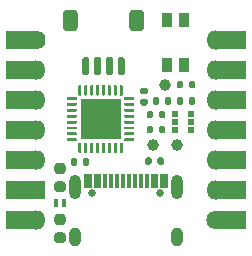
<source format=gbr>
G04 #@! TF.GenerationSoftware,KiCad,Pcbnew,5.1.9-73d0e3b20d~88~ubuntu16.04.1*
G04 #@! TF.CreationDate,2021-02-23T03:34:03+00:00*
G04 #@! TF.ProjectId,kuiic,6b756969-632e-46b6-9963-61645f706362,rev?*
G04 #@! TF.SameCoordinates,Original*
G04 #@! TF.FileFunction,Soldermask,Top*
G04 #@! TF.FilePolarity,Negative*
%FSLAX46Y46*%
G04 Gerber Fmt 4.6, Leading zero omitted, Abs format (unit mm)*
G04 Created by KiCad (PCBNEW 5.1.9-73d0e3b20d~88~ubuntu16.04.1) date 2021-02-23 03:34:03*
%MOMM*%
%LPD*%
G01*
G04 APERTURE LIST*
%ADD10C,0.990600*%
%ADD11R,0.400000X0.700000*%
%ADD12R,2.540000X1.625600*%
%ADD13C,1.625600*%
%ADD14O,1.625600X1.625600*%
%ADD15R,1.625600X1.625600*%
%ADD16R,0.900000X1.250000*%
%ADD17R,0.600000X0.500000*%
%ADD18R,3.450000X3.450000*%
%ADD19O,1.000000X2.100000*%
%ADD20O,1.000000X1.600000*%
%ADD21C,0.650000*%
%ADD22R,0.300000X1.150000*%
G04 APERTURE END LIST*
G04 #@! TO.C,R6*
G36*
G01*
X123328400Y-129928200D02*
X123328400Y-129558200D01*
G75*
G02*
X123463400Y-129423200I135000J0D01*
G01*
X123733400Y-129423200D01*
G75*
G02*
X123868400Y-129558200I0J-135000D01*
G01*
X123868400Y-129928200D01*
G75*
G02*
X123733400Y-130063200I-135000J0D01*
G01*
X123463400Y-130063200D01*
G75*
G02*
X123328400Y-129928200I0J135000D01*
G01*
G37*
G36*
G01*
X122308400Y-129928200D02*
X122308400Y-129558200D01*
G75*
G02*
X122443400Y-129423200I135000J0D01*
G01*
X122713400Y-129423200D01*
G75*
G02*
X122848400Y-129558200I0J-135000D01*
G01*
X122848400Y-129928200D01*
G75*
G02*
X122713400Y-130063200I-135000J0D01*
G01*
X122443400Y-130063200D01*
G75*
G02*
X122308400Y-129928200I0J135000D01*
G01*
G37*
G04 #@! TD*
D10*
G04 #@! TO.C,J2*
X130302000Y-123190000D03*
X131318000Y-128270000D03*
X129286000Y-128270000D03*
G04 #@! TD*
D11*
G04 #@! TO.C,D2*
X121762000Y-133223000D03*
X121062000Y-133223000D03*
G04 #@! TD*
G04 #@! TO.C,R3*
G36*
G01*
X129300000Y-125545000D02*
X129300000Y-125915000D01*
G75*
G02*
X129165000Y-126050000I-135000J0D01*
G01*
X128895000Y-126050000D01*
G75*
G02*
X128760000Y-125915000I0J135000D01*
G01*
X128760000Y-125545000D01*
G75*
G02*
X128895000Y-125410000I135000J0D01*
G01*
X129165000Y-125410000D01*
G75*
G02*
X129300000Y-125545000I0J-135000D01*
G01*
G37*
G36*
G01*
X130320000Y-125545000D02*
X130320000Y-125915000D01*
G75*
G02*
X130185000Y-126050000I-135000J0D01*
G01*
X129915000Y-126050000D01*
G75*
G02*
X129780000Y-125915000I0J135000D01*
G01*
X129780000Y-125545000D01*
G75*
G02*
X129915000Y-125410000I135000J0D01*
G01*
X130185000Y-125410000D01*
G75*
G02*
X130320000Y-125545000I0J-135000D01*
G01*
G37*
G04 #@! TD*
G04 #@! TO.C,J1*
G36*
G01*
X126895000Y-121009000D02*
X126895000Y-122259000D01*
G75*
G02*
X126745000Y-122409000I-150000J0D01*
G01*
X126445000Y-122409000D01*
G75*
G02*
X126295000Y-122259000I0J150000D01*
G01*
X126295000Y-121009000D01*
G75*
G02*
X126445000Y-120859000I150000J0D01*
G01*
X126745000Y-120859000D01*
G75*
G02*
X126895000Y-121009000I0J-150000D01*
G01*
G37*
G36*
G01*
X125895000Y-121009000D02*
X125895000Y-122259000D01*
G75*
G02*
X125745000Y-122409000I-150000J0D01*
G01*
X125445000Y-122409000D01*
G75*
G02*
X125295000Y-122259000I0J150000D01*
G01*
X125295000Y-121009000D01*
G75*
G02*
X125445000Y-120859000I150000J0D01*
G01*
X125745000Y-120859000D01*
G75*
G02*
X125895000Y-121009000I0J-150000D01*
G01*
G37*
G36*
G01*
X124895000Y-121009000D02*
X124895000Y-122259000D01*
G75*
G02*
X124745000Y-122409000I-150000J0D01*
G01*
X124445000Y-122409000D01*
G75*
G02*
X124295000Y-122259000I0J150000D01*
G01*
X124295000Y-121009000D01*
G75*
G02*
X124445000Y-120859000I150000J0D01*
G01*
X124745000Y-120859000D01*
G75*
G02*
X124895000Y-121009000I0J-150000D01*
G01*
G37*
G36*
G01*
X123895000Y-121009000D02*
X123895000Y-122259000D01*
G75*
G02*
X123745000Y-122409000I-150000J0D01*
G01*
X123445000Y-122409000D01*
G75*
G02*
X123295000Y-122259000I0J150000D01*
G01*
X123295000Y-121009000D01*
G75*
G02*
X123445000Y-120859000I150000J0D01*
G01*
X123745000Y-120859000D01*
G75*
G02*
X123895000Y-121009000I0J-150000D01*
G01*
G37*
G36*
G01*
X128495000Y-117108999D02*
X128495000Y-118409001D01*
G75*
G02*
X128245001Y-118659000I-249999J0D01*
G01*
X127544999Y-118659000D01*
G75*
G02*
X127295000Y-118409001I0J249999D01*
G01*
X127295000Y-117108999D01*
G75*
G02*
X127544999Y-116859000I249999J0D01*
G01*
X128245001Y-116859000D01*
G75*
G02*
X128495000Y-117108999I0J-249999D01*
G01*
G37*
G36*
G01*
X122895000Y-117108999D02*
X122895000Y-118409001D01*
G75*
G02*
X122645001Y-118659000I-249999J0D01*
G01*
X121944999Y-118659000D01*
G75*
G02*
X121695000Y-118409001I0J249999D01*
G01*
X121695000Y-117108999D01*
G75*
G02*
X121944999Y-116859000I249999J0D01*
G01*
X122645001Y-116859000D01*
G75*
G02*
X122895000Y-117108999I0J-249999D01*
G01*
G37*
G04 #@! TD*
D12*
G04 #@! TO.C,J5*
X135890000Y-127000000D03*
X135890000Y-119380000D03*
X135890000Y-129540000D03*
X135890000Y-134620000D03*
X135890000Y-124460000D03*
X135890000Y-132080000D03*
X135890000Y-121920000D03*
D13*
X134620000Y-134620000D03*
D14*
X134620000Y-132080000D03*
X134620000Y-129540000D03*
X134620000Y-127000000D03*
X134620000Y-124460000D03*
X134620000Y-121920000D03*
X134620000Y-119380000D03*
G04 #@! TD*
D12*
G04 #@! TO.C,J4*
X118110000Y-127000000D03*
X118110000Y-134620000D03*
X118110000Y-124460000D03*
X118110000Y-119380000D03*
X118110000Y-129540000D03*
X118110000Y-121920000D03*
X118110000Y-132080000D03*
D13*
X119380000Y-119380000D03*
D14*
X119380000Y-121920000D03*
X119380000Y-124460000D03*
X119380000Y-127000000D03*
X119380000Y-129540000D03*
D15*
X119380000Y-132080000D03*
D14*
X119380000Y-134620000D03*
G04 #@! TD*
D16*
G04 #@! TO.C,SW1*
X131941000Y-117709000D03*
X130441000Y-117709000D03*
X131941000Y-121559000D03*
X130441000Y-121559000D03*
G04 #@! TD*
D17*
G04 #@! TO.C,D1*
X132526000Y-125665000D03*
X131126000Y-125665000D03*
X132526000Y-126365000D03*
X131126000Y-126365000D03*
X132526000Y-127065000D03*
X131126000Y-127065000D03*
G04 #@! TD*
D18*
G04 #@! TO.C,U1*
X124841000Y-126111000D03*
G36*
G01*
X122778500Y-127986000D02*
X122028500Y-127986000D01*
G75*
G02*
X121966000Y-127923500I0J62500D01*
G01*
X121966000Y-127798500D01*
G75*
G02*
X122028500Y-127736000I62500J0D01*
G01*
X122778500Y-127736000D01*
G75*
G02*
X122841000Y-127798500I0J-62500D01*
G01*
X122841000Y-127923500D01*
G75*
G02*
X122778500Y-127986000I-62500J0D01*
G01*
G37*
G36*
G01*
X122778500Y-127486000D02*
X122028500Y-127486000D01*
G75*
G02*
X121966000Y-127423500I0J62500D01*
G01*
X121966000Y-127298500D01*
G75*
G02*
X122028500Y-127236000I62500J0D01*
G01*
X122778500Y-127236000D01*
G75*
G02*
X122841000Y-127298500I0J-62500D01*
G01*
X122841000Y-127423500D01*
G75*
G02*
X122778500Y-127486000I-62500J0D01*
G01*
G37*
G36*
G01*
X122778500Y-126986000D02*
X122028500Y-126986000D01*
G75*
G02*
X121966000Y-126923500I0J62500D01*
G01*
X121966000Y-126798500D01*
G75*
G02*
X122028500Y-126736000I62500J0D01*
G01*
X122778500Y-126736000D01*
G75*
G02*
X122841000Y-126798500I0J-62500D01*
G01*
X122841000Y-126923500D01*
G75*
G02*
X122778500Y-126986000I-62500J0D01*
G01*
G37*
G36*
G01*
X122778500Y-126486000D02*
X122028500Y-126486000D01*
G75*
G02*
X121966000Y-126423500I0J62500D01*
G01*
X121966000Y-126298500D01*
G75*
G02*
X122028500Y-126236000I62500J0D01*
G01*
X122778500Y-126236000D01*
G75*
G02*
X122841000Y-126298500I0J-62500D01*
G01*
X122841000Y-126423500D01*
G75*
G02*
X122778500Y-126486000I-62500J0D01*
G01*
G37*
G36*
G01*
X122778500Y-125986000D02*
X122028500Y-125986000D01*
G75*
G02*
X121966000Y-125923500I0J62500D01*
G01*
X121966000Y-125798500D01*
G75*
G02*
X122028500Y-125736000I62500J0D01*
G01*
X122778500Y-125736000D01*
G75*
G02*
X122841000Y-125798500I0J-62500D01*
G01*
X122841000Y-125923500D01*
G75*
G02*
X122778500Y-125986000I-62500J0D01*
G01*
G37*
G36*
G01*
X122778500Y-125486000D02*
X122028500Y-125486000D01*
G75*
G02*
X121966000Y-125423500I0J62500D01*
G01*
X121966000Y-125298500D01*
G75*
G02*
X122028500Y-125236000I62500J0D01*
G01*
X122778500Y-125236000D01*
G75*
G02*
X122841000Y-125298500I0J-62500D01*
G01*
X122841000Y-125423500D01*
G75*
G02*
X122778500Y-125486000I-62500J0D01*
G01*
G37*
G36*
G01*
X122778500Y-124986000D02*
X122028500Y-124986000D01*
G75*
G02*
X121966000Y-124923500I0J62500D01*
G01*
X121966000Y-124798500D01*
G75*
G02*
X122028500Y-124736000I62500J0D01*
G01*
X122778500Y-124736000D01*
G75*
G02*
X122841000Y-124798500I0J-62500D01*
G01*
X122841000Y-124923500D01*
G75*
G02*
X122778500Y-124986000I-62500J0D01*
G01*
G37*
G36*
G01*
X122778500Y-124486000D02*
X122028500Y-124486000D01*
G75*
G02*
X121966000Y-124423500I0J62500D01*
G01*
X121966000Y-124298500D01*
G75*
G02*
X122028500Y-124236000I62500J0D01*
G01*
X122778500Y-124236000D01*
G75*
G02*
X122841000Y-124298500I0J-62500D01*
G01*
X122841000Y-124423500D01*
G75*
G02*
X122778500Y-124486000I-62500J0D01*
G01*
G37*
G36*
G01*
X123153500Y-124111000D02*
X123028500Y-124111000D01*
G75*
G02*
X122966000Y-124048500I0J62500D01*
G01*
X122966000Y-123298500D01*
G75*
G02*
X123028500Y-123236000I62500J0D01*
G01*
X123153500Y-123236000D01*
G75*
G02*
X123216000Y-123298500I0J-62500D01*
G01*
X123216000Y-124048500D01*
G75*
G02*
X123153500Y-124111000I-62500J0D01*
G01*
G37*
G36*
G01*
X123653500Y-124111000D02*
X123528500Y-124111000D01*
G75*
G02*
X123466000Y-124048500I0J62500D01*
G01*
X123466000Y-123298500D01*
G75*
G02*
X123528500Y-123236000I62500J0D01*
G01*
X123653500Y-123236000D01*
G75*
G02*
X123716000Y-123298500I0J-62500D01*
G01*
X123716000Y-124048500D01*
G75*
G02*
X123653500Y-124111000I-62500J0D01*
G01*
G37*
G36*
G01*
X124153500Y-124111000D02*
X124028500Y-124111000D01*
G75*
G02*
X123966000Y-124048500I0J62500D01*
G01*
X123966000Y-123298500D01*
G75*
G02*
X124028500Y-123236000I62500J0D01*
G01*
X124153500Y-123236000D01*
G75*
G02*
X124216000Y-123298500I0J-62500D01*
G01*
X124216000Y-124048500D01*
G75*
G02*
X124153500Y-124111000I-62500J0D01*
G01*
G37*
G36*
G01*
X124653500Y-124111000D02*
X124528500Y-124111000D01*
G75*
G02*
X124466000Y-124048500I0J62500D01*
G01*
X124466000Y-123298500D01*
G75*
G02*
X124528500Y-123236000I62500J0D01*
G01*
X124653500Y-123236000D01*
G75*
G02*
X124716000Y-123298500I0J-62500D01*
G01*
X124716000Y-124048500D01*
G75*
G02*
X124653500Y-124111000I-62500J0D01*
G01*
G37*
G36*
G01*
X125153500Y-124111000D02*
X125028500Y-124111000D01*
G75*
G02*
X124966000Y-124048500I0J62500D01*
G01*
X124966000Y-123298500D01*
G75*
G02*
X125028500Y-123236000I62500J0D01*
G01*
X125153500Y-123236000D01*
G75*
G02*
X125216000Y-123298500I0J-62500D01*
G01*
X125216000Y-124048500D01*
G75*
G02*
X125153500Y-124111000I-62500J0D01*
G01*
G37*
G36*
G01*
X125653500Y-124111000D02*
X125528500Y-124111000D01*
G75*
G02*
X125466000Y-124048500I0J62500D01*
G01*
X125466000Y-123298500D01*
G75*
G02*
X125528500Y-123236000I62500J0D01*
G01*
X125653500Y-123236000D01*
G75*
G02*
X125716000Y-123298500I0J-62500D01*
G01*
X125716000Y-124048500D01*
G75*
G02*
X125653500Y-124111000I-62500J0D01*
G01*
G37*
G36*
G01*
X126153500Y-124111000D02*
X126028500Y-124111000D01*
G75*
G02*
X125966000Y-124048500I0J62500D01*
G01*
X125966000Y-123298500D01*
G75*
G02*
X126028500Y-123236000I62500J0D01*
G01*
X126153500Y-123236000D01*
G75*
G02*
X126216000Y-123298500I0J-62500D01*
G01*
X126216000Y-124048500D01*
G75*
G02*
X126153500Y-124111000I-62500J0D01*
G01*
G37*
G36*
G01*
X126653500Y-124111000D02*
X126528500Y-124111000D01*
G75*
G02*
X126466000Y-124048500I0J62500D01*
G01*
X126466000Y-123298500D01*
G75*
G02*
X126528500Y-123236000I62500J0D01*
G01*
X126653500Y-123236000D01*
G75*
G02*
X126716000Y-123298500I0J-62500D01*
G01*
X126716000Y-124048500D01*
G75*
G02*
X126653500Y-124111000I-62500J0D01*
G01*
G37*
G36*
G01*
X127653500Y-124486000D02*
X126903500Y-124486000D01*
G75*
G02*
X126841000Y-124423500I0J62500D01*
G01*
X126841000Y-124298500D01*
G75*
G02*
X126903500Y-124236000I62500J0D01*
G01*
X127653500Y-124236000D01*
G75*
G02*
X127716000Y-124298500I0J-62500D01*
G01*
X127716000Y-124423500D01*
G75*
G02*
X127653500Y-124486000I-62500J0D01*
G01*
G37*
G36*
G01*
X127653500Y-124986000D02*
X126903500Y-124986000D01*
G75*
G02*
X126841000Y-124923500I0J62500D01*
G01*
X126841000Y-124798500D01*
G75*
G02*
X126903500Y-124736000I62500J0D01*
G01*
X127653500Y-124736000D01*
G75*
G02*
X127716000Y-124798500I0J-62500D01*
G01*
X127716000Y-124923500D01*
G75*
G02*
X127653500Y-124986000I-62500J0D01*
G01*
G37*
G36*
G01*
X127653500Y-125486000D02*
X126903500Y-125486000D01*
G75*
G02*
X126841000Y-125423500I0J62500D01*
G01*
X126841000Y-125298500D01*
G75*
G02*
X126903500Y-125236000I62500J0D01*
G01*
X127653500Y-125236000D01*
G75*
G02*
X127716000Y-125298500I0J-62500D01*
G01*
X127716000Y-125423500D01*
G75*
G02*
X127653500Y-125486000I-62500J0D01*
G01*
G37*
G36*
G01*
X127653500Y-125986000D02*
X126903500Y-125986000D01*
G75*
G02*
X126841000Y-125923500I0J62500D01*
G01*
X126841000Y-125798500D01*
G75*
G02*
X126903500Y-125736000I62500J0D01*
G01*
X127653500Y-125736000D01*
G75*
G02*
X127716000Y-125798500I0J-62500D01*
G01*
X127716000Y-125923500D01*
G75*
G02*
X127653500Y-125986000I-62500J0D01*
G01*
G37*
G36*
G01*
X127653500Y-126486000D02*
X126903500Y-126486000D01*
G75*
G02*
X126841000Y-126423500I0J62500D01*
G01*
X126841000Y-126298500D01*
G75*
G02*
X126903500Y-126236000I62500J0D01*
G01*
X127653500Y-126236000D01*
G75*
G02*
X127716000Y-126298500I0J-62500D01*
G01*
X127716000Y-126423500D01*
G75*
G02*
X127653500Y-126486000I-62500J0D01*
G01*
G37*
G36*
G01*
X127653500Y-126986000D02*
X126903500Y-126986000D01*
G75*
G02*
X126841000Y-126923500I0J62500D01*
G01*
X126841000Y-126798500D01*
G75*
G02*
X126903500Y-126736000I62500J0D01*
G01*
X127653500Y-126736000D01*
G75*
G02*
X127716000Y-126798500I0J-62500D01*
G01*
X127716000Y-126923500D01*
G75*
G02*
X127653500Y-126986000I-62500J0D01*
G01*
G37*
G36*
G01*
X127653500Y-127486000D02*
X126903500Y-127486000D01*
G75*
G02*
X126841000Y-127423500I0J62500D01*
G01*
X126841000Y-127298500D01*
G75*
G02*
X126903500Y-127236000I62500J0D01*
G01*
X127653500Y-127236000D01*
G75*
G02*
X127716000Y-127298500I0J-62500D01*
G01*
X127716000Y-127423500D01*
G75*
G02*
X127653500Y-127486000I-62500J0D01*
G01*
G37*
G36*
G01*
X127653500Y-127986000D02*
X126903500Y-127986000D01*
G75*
G02*
X126841000Y-127923500I0J62500D01*
G01*
X126841000Y-127798500D01*
G75*
G02*
X126903500Y-127736000I62500J0D01*
G01*
X127653500Y-127736000D01*
G75*
G02*
X127716000Y-127798500I0J-62500D01*
G01*
X127716000Y-127923500D01*
G75*
G02*
X127653500Y-127986000I-62500J0D01*
G01*
G37*
G36*
G01*
X126653500Y-128986000D02*
X126528500Y-128986000D01*
G75*
G02*
X126466000Y-128923500I0J62500D01*
G01*
X126466000Y-128173500D01*
G75*
G02*
X126528500Y-128111000I62500J0D01*
G01*
X126653500Y-128111000D01*
G75*
G02*
X126716000Y-128173500I0J-62500D01*
G01*
X126716000Y-128923500D01*
G75*
G02*
X126653500Y-128986000I-62500J0D01*
G01*
G37*
G36*
G01*
X126153500Y-128986000D02*
X126028500Y-128986000D01*
G75*
G02*
X125966000Y-128923500I0J62500D01*
G01*
X125966000Y-128173500D01*
G75*
G02*
X126028500Y-128111000I62500J0D01*
G01*
X126153500Y-128111000D01*
G75*
G02*
X126216000Y-128173500I0J-62500D01*
G01*
X126216000Y-128923500D01*
G75*
G02*
X126153500Y-128986000I-62500J0D01*
G01*
G37*
G36*
G01*
X125653500Y-128986000D02*
X125528500Y-128986000D01*
G75*
G02*
X125466000Y-128923500I0J62500D01*
G01*
X125466000Y-128173500D01*
G75*
G02*
X125528500Y-128111000I62500J0D01*
G01*
X125653500Y-128111000D01*
G75*
G02*
X125716000Y-128173500I0J-62500D01*
G01*
X125716000Y-128923500D01*
G75*
G02*
X125653500Y-128986000I-62500J0D01*
G01*
G37*
G36*
G01*
X125153500Y-128986000D02*
X125028500Y-128986000D01*
G75*
G02*
X124966000Y-128923500I0J62500D01*
G01*
X124966000Y-128173500D01*
G75*
G02*
X125028500Y-128111000I62500J0D01*
G01*
X125153500Y-128111000D01*
G75*
G02*
X125216000Y-128173500I0J-62500D01*
G01*
X125216000Y-128923500D01*
G75*
G02*
X125153500Y-128986000I-62500J0D01*
G01*
G37*
G36*
G01*
X124653500Y-128986000D02*
X124528500Y-128986000D01*
G75*
G02*
X124466000Y-128923500I0J62500D01*
G01*
X124466000Y-128173500D01*
G75*
G02*
X124528500Y-128111000I62500J0D01*
G01*
X124653500Y-128111000D01*
G75*
G02*
X124716000Y-128173500I0J-62500D01*
G01*
X124716000Y-128923500D01*
G75*
G02*
X124653500Y-128986000I-62500J0D01*
G01*
G37*
G36*
G01*
X124153500Y-128986000D02*
X124028500Y-128986000D01*
G75*
G02*
X123966000Y-128923500I0J62500D01*
G01*
X123966000Y-128173500D01*
G75*
G02*
X124028500Y-128111000I62500J0D01*
G01*
X124153500Y-128111000D01*
G75*
G02*
X124216000Y-128173500I0J-62500D01*
G01*
X124216000Y-128923500D01*
G75*
G02*
X124153500Y-128986000I-62500J0D01*
G01*
G37*
G36*
G01*
X123653500Y-128986000D02*
X123528500Y-128986000D01*
G75*
G02*
X123466000Y-128923500I0J62500D01*
G01*
X123466000Y-128173500D01*
G75*
G02*
X123528500Y-128111000I62500J0D01*
G01*
X123653500Y-128111000D01*
G75*
G02*
X123716000Y-128173500I0J-62500D01*
G01*
X123716000Y-128923500D01*
G75*
G02*
X123653500Y-128986000I-62500J0D01*
G01*
G37*
G36*
G01*
X123153500Y-128986000D02*
X123028500Y-128986000D01*
G75*
G02*
X122966000Y-128923500I0J62500D01*
G01*
X122966000Y-128173500D01*
G75*
G02*
X123028500Y-128111000I62500J0D01*
G01*
X123153500Y-128111000D01*
G75*
G02*
X123216000Y-128173500I0J-62500D01*
G01*
X123216000Y-128923500D01*
G75*
G02*
X123153500Y-128986000I-62500J0D01*
G01*
G37*
G04 #@! TD*
G04 #@! TO.C,R7*
G36*
G01*
X129173000Y-129482000D02*
X129173000Y-129852000D01*
G75*
G02*
X129038000Y-129987000I-135000J0D01*
G01*
X128768000Y-129987000D01*
G75*
G02*
X128633000Y-129852000I0J135000D01*
G01*
X128633000Y-129482000D01*
G75*
G02*
X128768000Y-129347000I135000J0D01*
G01*
X129038000Y-129347000D01*
G75*
G02*
X129173000Y-129482000I0J-135000D01*
G01*
G37*
G36*
G01*
X130193000Y-129482000D02*
X130193000Y-129852000D01*
G75*
G02*
X130058000Y-129987000I-135000J0D01*
G01*
X129788000Y-129987000D01*
G75*
G02*
X129653000Y-129852000I0J135000D01*
G01*
X129653000Y-129482000D01*
G75*
G02*
X129788000Y-129347000I135000J0D01*
G01*
X130058000Y-129347000D01*
G75*
G02*
X130193000Y-129482000I0J-135000D01*
G01*
G37*
G04 #@! TD*
G04 #@! TO.C,R5*
G36*
G01*
X131840000Y-124402000D02*
X131840000Y-124772000D01*
G75*
G02*
X131705000Y-124907000I-135000J0D01*
G01*
X131435000Y-124907000D01*
G75*
G02*
X131300000Y-124772000I0J135000D01*
G01*
X131300000Y-124402000D01*
G75*
G02*
X131435000Y-124267000I135000J0D01*
G01*
X131705000Y-124267000D01*
G75*
G02*
X131840000Y-124402000I0J-135000D01*
G01*
G37*
G36*
G01*
X132860000Y-124402000D02*
X132860000Y-124772000D01*
G75*
G02*
X132725000Y-124907000I-135000J0D01*
G01*
X132455000Y-124907000D01*
G75*
G02*
X132320000Y-124772000I0J135000D01*
G01*
X132320000Y-124402000D01*
G75*
G02*
X132455000Y-124267000I135000J0D01*
G01*
X132725000Y-124267000D01*
G75*
G02*
X132860000Y-124402000I0J-135000D01*
G01*
G37*
G04 #@! TD*
G04 #@! TO.C,R4*
G36*
G01*
X131840000Y-123005000D02*
X131840000Y-123375000D01*
G75*
G02*
X131705000Y-123510000I-135000J0D01*
G01*
X131435000Y-123510000D01*
G75*
G02*
X131300000Y-123375000I0J135000D01*
G01*
X131300000Y-123005000D01*
G75*
G02*
X131435000Y-122870000I135000J0D01*
G01*
X131705000Y-122870000D01*
G75*
G02*
X131840000Y-123005000I0J-135000D01*
G01*
G37*
G36*
G01*
X132860000Y-123005000D02*
X132860000Y-123375000D01*
G75*
G02*
X132725000Y-123510000I-135000J0D01*
G01*
X132455000Y-123510000D01*
G75*
G02*
X132320000Y-123375000I0J135000D01*
G01*
X132320000Y-123005000D01*
G75*
G02*
X132455000Y-122870000I135000J0D01*
G01*
X132725000Y-122870000D01*
G75*
G02*
X132860000Y-123005000I0J-135000D01*
G01*
G37*
G04 #@! TD*
G04 #@! TO.C,R2*
G36*
G01*
X129808000Y-124402000D02*
X129808000Y-124772000D01*
G75*
G02*
X129673000Y-124907000I-135000J0D01*
G01*
X129403000Y-124907000D01*
G75*
G02*
X129268000Y-124772000I0J135000D01*
G01*
X129268000Y-124402000D01*
G75*
G02*
X129403000Y-124267000I135000J0D01*
G01*
X129673000Y-124267000D01*
G75*
G02*
X129808000Y-124402000I0J-135000D01*
G01*
G37*
G36*
G01*
X130828000Y-124402000D02*
X130828000Y-124772000D01*
G75*
G02*
X130693000Y-124907000I-135000J0D01*
G01*
X130423000Y-124907000D01*
G75*
G02*
X130288000Y-124772000I0J135000D01*
G01*
X130288000Y-124402000D01*
G75*
G02*
X130423000Y-124267000I135000J0D01*
G01*
X130693000Y-124267000D01*
G75*
G02*
X130828000Y-124402000I0J-135000D01*
G01*
G37*
G04 #@! TD*
G04 #@! TO.C,R1*
G36*
G01*
X129300000Y-126815000D02*
X129300000Y-127185000D01*
G75*
G02*
X129165000Y-127320000I-135000J0D01*
G01*
X128895000Y-127320000D01*
G75*
G02*
X128760000Y-127185000I0J135000D01*
G01*
X128760000Y-126815000D01*
G75*
G02*
X128895000Y-126680000I135000J0D01*
G01*
X129165000Y-126680000D01*
G75*
G02*
X129300000Y-126815000I0J-135000D01*
G01*
G37*
G36*
G01*
X130320000Y-126815000D02*
X130320000Y-127185000D01*
G75*
G02*
X130185000Y-127320000I-135000J0D01*
G01*
X129915000Y-127320000D01*
G75*
G02*
X129780000Y-127185000I0J135000D01*
G01*
X129780000Y-126815000D01*
G75*
G02*
X129915000Y-126680000I135000J0D01*
G01*
X130185000Y-126680000D01*
G75*
G02*
X130320000Y-126815000I0J-135000D01*
G01*
G37*
G04 #@! TD*
D19*
G04 #@! TO.C,J3*
X122680000Y-131896000D03*
X131320000Y-131896000D03*
D20*
X122680000Y-136076000D03*
X131320000Y-136076000D03*
D21*
X129890000Y-132396000D03*
X124110000Y-132396000D03*
D22*
X130050000Y-131331000D03*
X129250000Y-131331000D03*
X128750000Y-131331000D03*
X128250000Y-131331000D03*
X127750000Y-131331000D03*
X127250000Y-131331000D03*
X126750000Y-131331000D03*
X126250000Y-131331000D03*
X125750000Y-131331000D03*
X125250000Y-131331000D03*
X124450000Y-131331000D03*
X123650000Y-131331000D03*
X123950000Y-131331000D03*
X124750000Y-131331000D03*
X129550000Y-131331000D03*
X130350000Y-131331000D03*
G04 #@! TD*
G04 #@! TO.C,C3*
G36*
G01*
X121662000Y-135057000D02*
X121162000Y-135057000D01*
G75*
G02*
X120937000Y-134832000I0J225000D01*
G01*
X120937000Y-134382000D01*
G75*
G02*
X121162000Y-134157000I225000J0D01*
G01*
X121662000Y-134157000D01*
G75*
G02*
X121887000Y-134382000I0J-225000D01*
G01*
X121887000Y-134832000D01*
G75*
G02*
X121662000Y-135057000I-225000J0D01*
G01*
G37*
G36*
G01*
X121662000Y-136607000D02*
X121162000Y-136607000D01*
G75*
G02*
X120937000Y-136382000I0J225000D01*
G01*
X120937000Y-135932000D01*
G75*
G02*
X121162000Y-135707000I225000J0D01*
G01*
X121662000Y-135707000D01*
G75*
G02*
X121887000Y-135932000I0J-225000D01*
G01*
X121887000Y-136382000D01*
G75*
G02*
X121662000Y-136607000I-225000J0D01*
G01*
G37*
G04 #@! TD*
G04 #@! TO.C,C2*
G36*
G01*
X128694000Y-124006000D02*
X128354000Y-124006000D01*
G75*
G02*
X128214000Y-123866000I0J140000D01*
G01*
X128214000Y-123586000D01*
G75*
G02*
X128354000Y-123446000I140000J0D01*
G01*
X128694000Y-123446000D01*
G75*
G02*
X128834000Y-123586000I0J-140000D01*
G01*
X128834000Y-123866000D01*
G75*
G02*
X128694000Y-124006000I-140000J0D01*
G01*
G37*
G36*
G01*
X128694000Y-124966000D02*
X128354000Y-124966000D01*
G75*
G02*
X128214000Y-124826000I0J140000D01*
G01*
X128214000Y-124546000D01*
G75*
G02*
X128354000Y-124406000I140000J0D01*
G01*
X128694000Y-124406000D01*
G75*
G02*
X128834000Y-124546000I0J-140000D01*
G01*
X128834000Y-124826000D01*
G75*
G02*
X128694000Y-124966000I-140000J0D01*
G01*
G37*
G04 #@! TD*
G04 #@! TO.C,C1*
G36*
G01*
X121162000Y-131389000D02*
X121662000Y-131389000D01*
G75*
G02*
X121887000Y-131614000I0J-225000D01*
G01*
X121887000Y-132064000D01*
G75*
G02*
X121662000Y-132289000I-225000J0D01*
G01*
X121162000Y-132289000D01*
G75*
G02*
X120937000Y-132064000I0J225000D01*
G01*
X120937000Y-131614000D01*
G75*
G02*
X121162000Y-131389000I225000J0D01*
G01*
G37*
G36*
G01*
X121162000Y-129839000D02*
X121662000Y-129839000D01*
G75*
G02*
X121887000Y-130064000I0J-225000D01*
G01*
X121887000Y-130514000D01*
G75*
G02*
X121662000Y-130739000I-225000J0D01*
G01*
X121162000Y-130739000D01*
G75*
G02*
X120937000Y-130514000I0J225000D01*
G01*
X120937000Y-130064000D01*
G75*
G02*
X121162000Y-129839000I225000J0D01*
G01*
G37*
G04 #@! TD*
M02*

</source>
